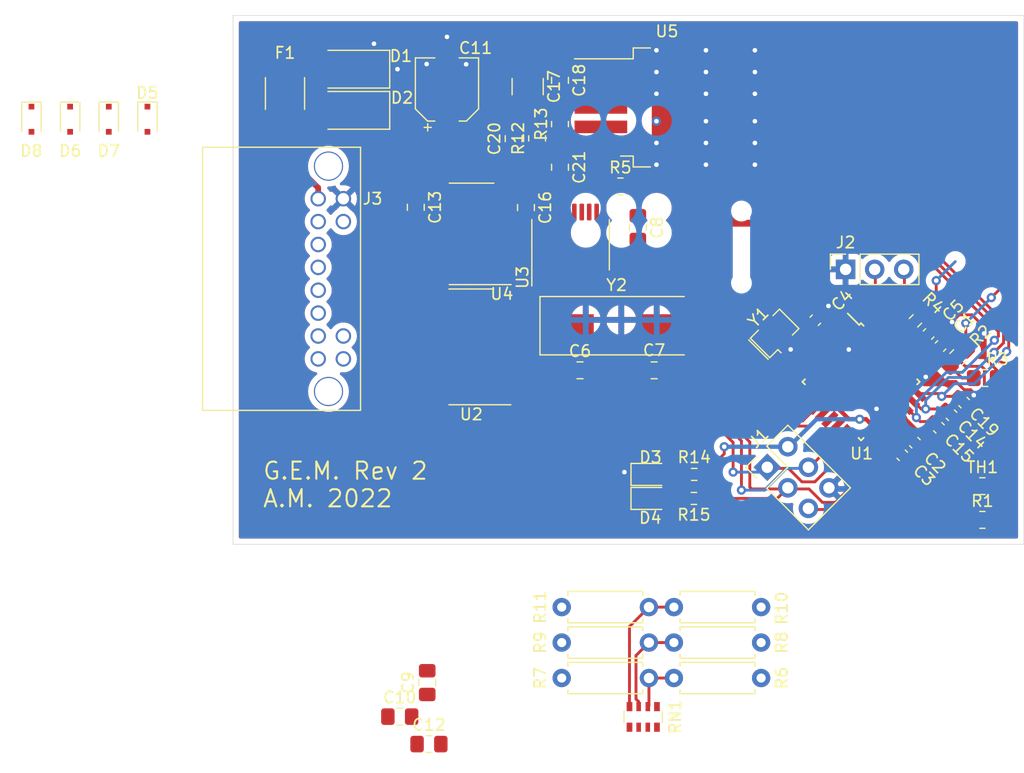
<source format=kicad_pcb>
(kicad_pcb (version 20211014) (generator pcbnew)
  (layers (0 "F.Cu" signal) (31 "B.Cu" signal) (34 "B.Paste" user) (35 "F.Paste" user) (36 "B.SilkS" user "B.Silkscreen") (37 "F.SilkS" user "F.Silkscreen") (38 "B.Mask" user) (39 "F.Mask" user) (44 "Edge.Cuts" user))
  (net 0 "")
  (net 1 "GND")
  (net 2 "RESET")
  (net 3 "Sub-Level-Out")
  (net 4 "Main-Level-Out")
  (net 5 "+5V")
  (net 6 "Low-Level-Warning-In")
  (net 7 "Main-Level-In")
  (net 8 "Sub-Level-In")
  (net 9 "Low-Level-Warning-Out")
  (net 10 "MISO")
  (net 11 "SCK")
  (net 12 "MOSI")
  (net 13 "/Module_Voltage")
  (net 14 "+12V")
  (net 15 "CAN_H")
  (net 16 "CAN_L")
  (net 17 "+12V_IGN")
  (net 18 "CAN_CS")
  (net 19 "CAN_INT")
  (net 20 "Net-(C2-Pad1)")
  (net 21 "VReg_EN")
  (net 22 "Main-Lvl")
  (net 23 "+12V_BATTERY")
  (net 24 "Low-Level-Warning")
  (net 25 "Sub-Level")
  (net 26 "Module-Voltage")
  (net 27 "RXD")
  (net 28 "TXD")
  (net 29 "/Module-Temperature")
  (net 30 "/WAKE")
  (net 31 "Net-(C6-Pad1)")
  (net 32 "Net-(C7-Pad1)")
  (net 33 "Net-(C20-Pad2)")
  (net 34 "Net-(D1-Pad2)")
  (net 35 "Net-(D3-Pad2)")
  (net 36 "Net-(D4-Pad2)")
  (net 41 "Net-(R10-Pad1)")
  (net 42 "/CAN_TX")
  (net 43 "/CAN_RX")
  (net 44 "/CAN_ERR")
  (net 45 "/CAN_STB")
  (net 46 "/CAN_EN")
  (net 47 "/Extra-Out")
  (net 48 "Net-(U1-Pad1)")
  (net 50 "Net-(U1-Pad7)")
  (net 51 "Net-(U1-Pad8)")
  (net 52 "Net-(U1-Pad9)")
  (net 53 "Net-(U1-Pad10)")
  (net 59 "Net-(U1-Pad32)")
  (net 67 "/VREG_INH")
  (footprint "LED_SMD:LED_0805_2012Metric" (layer "F.Cu") (at 114.9375 90.225)
    (fp_text reference "D4")
    (fp_text value "LED")
  )
  (footprint "Diode_SMD:D_SOD-323F" (layer "F.Cu") (at 71.0075 57.075 -90)
    (fp_text reference "D5")
    (fp_text value "1N4148WS")
  )
  (footprint "Diode_SMD:D_SOD-323F" (layer "F.Cu") (at 64.2525 57.075 -90)
    (fp_text reference "D6")
    (fp_text value "1N4148WS")
  )
  (footprint "Diode_SMD:D_SOD-323F" (layer "F.Cu") (at 67.63 57.075 -90)
    (fp_text reference "D7")
    (fp_text value "1N4148WS")
  )
  (footprint "LED_SMD:LED_0805_2012Metric" (layer "F.Cu") (at 114.9375 88.125)
    (fp_text reference "D3")
    (fp_text value "LED")
  )
  (footprint "Resistor_THT:R_Axial_DIN0207_L6.3mm_D2.5mm_P7.62mm_Horizontal" (layer "F.Cu") (at 124.62 99.725 180)
    (fp_text reference "R10")
    (fp_text value "R")
  )
  (footprint "Resistor_THT:R_Axial_DIN0207_L6.3mm_D2.5mm_P7.62mm_Horizontal" (layer "F.Cu") (at 124.62 102.825 180)
    (fp_text reference "R8")
    (fp_text value "R")
  )
  (footprint "Diode_SMD:D_SOD-323F" (layer "F.Cu") (at 60.875 57.075 -90)
    (fp_text reference "D8")
    (fp_text value "1N4148WS")
  )
  (footprint "Resistor_THT:R_Axial_DIN0207_L6.3mm_D2.5mm_P7.62mm_Horizontal" (layer "F.Cu") (at 124.62 105.925 180)
    (fp_text reference "R6")
    (fp_text value "R")
  )
  (footprint "Capacitor_SMD:CP_Elec_5x5.7" (layer "F.Cu") (at 97.175 54.475 90)
    (fp_text reference "C11")
    (fp_text value "22uF")
  )
  (footprint "Diode_SMD:D_SMA" (layer "F.Cu") (at 88.775 56.3 180)
    (fp_text reference "D2")
    (fp_text value "D")
  )
  (footprint "Resistor_THT:R_Axial_DIN0207_L6.3mm_D2.5mm_P7.62mm_Horizontal" (layer "F.Cu") (at 114.82 99.725 180)
    (fp_text reference "R11")
    (fp_text value "R")
  )
  (footprint "Resistor_THT:R_Axial_DIN0207_L6.3mm_D2.5mm_P7.62mm_Horizontal" (layer "F.Cu") (at 114.82 105.925 180)
    (fp_text reference "R7")
    (fp_text value "R")
  )
  (footprint "Resistor_THT:R_Axial_DIN0207_L6.3mm_D2.5mm_P7.62mm_Horizontal" (layer "F.Cu") (at 114.82 102.825 180)
    (fp_text reference "R9")
    (fp_text value "R")
  )
  (footprint "Crystal:Resonator_SMD_muRata_CSTxExxV-3Pin_3.0x1.1mm" (layer "F.Cu") (at 125.8 75.798528 45)
    (fp_text reference "Y1")
    (fp_text value "CSTNE16M0V530000R0 ")
  )
  (footprint "Resistor_SMD:R_0603_1608Metric" (layer "F.Cu") (at 118.775 88.125 180)
    (fp_text reference "R14")
    (fp_text value "1K")
  )
  (footprint "Resistor_SMD:R_0603_1608Metric" (layer "F.Cu") (at 138.1 74.7 -135)
    (fp_text reference "R4")
    (fp_text value "R")
  )
  (footprint "Capacitor_SMD:C_0603_1608Metric" (layer "F.Cu") (at 139.251992 75.848008 -135)
    (fp_text reference "C5")
    (fp_text value "100nF")
  )
  (footprint "Capacitor_SMD:C_0603_1608Metric" (layer "F.Cu") (at 129.351992 74.648008 45)
    (fp_text reference "C4")
    (fp_text value "1uF")
  )
  (footprint "Connector_PinHeader_2.54mm:PinHeader_2x03_P2.54mm_Vertical" (layer "F.Cu") (at 125.157898 87.5 45)
    (fp_text reference "J1")
    (fp_text value "ICSP")
  )
  (footprint "Resistor_SMD:R_Array_Convex_4x0603" (layer "F.Cu") (at 114.32 109.325 -90)
    (fp_text reference "RN1")
    (fp_text value "47K")
  )
  (footprint "Package_QFP:TQFP-32_7x7mm_P0.8mm" (layer "F.Cu") (at 133.35 80.03 -45)
    (fp_text reference "U1")
    (fp_text value "ATmega328-AU")
  )
  (footprint "Capacitor_SMD:C_0603_1608Metric" (layer "F.Cu") (at 138.051992 85.351992 -45)
    (fp_text reference "C2")
    (fp_text value "100nF")
  )
  (footprint "Capacitor_SMD:C_0603_1608Metric" (layer "F.Cu") (at 141.251992 82.951992 135)
    (fp_text reference "C14")
    (fp_text value "100nF")
  )
  (footprint "Resistor_SMD:R_0805_2012Metric_Pad1.20x1.40mm_HandSolder" (layer "F.Cu") (at 144.2 79.7)
    (fp_text reference "R3")
    (fp_text value "47k")
  )
  (footprint "Capacitor_SMD:C_0603_1608Metric" (layer "F.Cu") (at 140.3 76.9 -135)
    (fp_text reference "C1")
    (fp_text value "100nF")
  )
  (footprint "Resistor_SMD:R_0603_1608Metric" (layer "F.Cu") (at 118.75 90.225 180)
    (fp_text reference "R15")
    (fp_text value "1K")
  )
  (footprint "Capacitor_SMD:C_0603_1608Metric" (layer "F.Cu") (at 136.948008 86.448008 135)
    (fp_text reference "C3")
    (fp_text value "1uF")
  )
  (footprint "Resistor_SMD:R_0805_2012Metric_Pad1.20x1.40mm_HandSolder" (layer "F.Cu") (at 141.792893 77.907107 -135)
    (fp_text reference "R2")
    (fp_text value "150k")
  )
  (footprint "Capacitor_SMD:C_0603_1608Metric" (layer "F.Cu") (at 140.151992 84.051992 135)
    (fp_text reference "C15")
    (fp_text value "100nF")
  )
  (footprint "Connector_PinSocket_2.54mm:PinSocket_1x03_P2.54mm_Vertical" (layer "F.Cu") (at 132 70.2 90)
    (fp_text reference "J2")
    (fp_text value "UART")
  )
  (footprint "Capacitor_SMD:C_0603_1608Metric" (layer "F.Cu") (at 142.351992 81.851992 135)
    (fp_text reference "C19")
    (fp_text value "100nF")
  )
  (footprint "Package_SO:SO-14_3.9x8.65mm_P1.27mm" (layer "F.Cu") (at 99.325 67.1 180)
    (fp_text reference "U4")
    (fp_text value "TJR1443")
  )
  (footprint "Package_TO_SOT_SMD:TO-263-5_TabPin3" (layer "F.Cu") (at 116.395 56.045)
    (fp_text reference "U5")
    (fp_text value "NCV4276B")
  )
  (footprint "Capacitor_SMD:C_0805_2012Metric_Pad1.18x1.45mm_HandSolder" (layer "F.Cu") (at 93.05 109.3)
    (fp_text reference "C10")
    (fp_text value "22uF")
  )
  (footprint "Capacitor_SMD:C_0805_2012Metric_Pad1.18x1.45mm_HandSolder" (layer "F.Cu") (at 115.275 79.025 180)
    (fp_text reference "C7")
    (fp_text value "20pF")
  )
  (footprint "Package_SO:SOIC-16_3.9x9.9mm_P1.27mm" (layer "F.Cu") (at 99.3 76.975 180)
    (fp_text reference "U2")
    (fp_text value "ULN2003ADR")
  )
  (footprint "Capacitor_SMD:C_0805_2012Metric_Pad1.18x1.45mm_HandSolder" (layer "F.Cu") (at 103 58.775 90)
    (fp_text reference "C20")
    (fp_text value "N/A")
  )
  (footprint "Capacitor_SMD:C_0805_2012Metric_Pad1.18x1.45mm_HandSolder" (layer "F.Cu") (at 94.45 64.775 -90)
    (fp_text reference "C13")
    (fp_text value "100n")
  )
  (footprint "Diode_SMD:D_SMA" (layer "F.Cu") (at 88.775 52.7 180)
    (fp_text reference "D1")
    (fp_text value "SMAJ18CAQ-13-F")
  )
  (footprint "Capacitor_SMD:C_0805_2012Metric_Pad1.18x1.45mm_HandSolder" (layer "F.Cu") (at 107.05 61.275 -90)
    (fp_text reference "C21")
    (fp_text value "22uF")
  )
  (footprint "Resistor_SMD:R_0805_2012Metric_Pad1.20x1.40mm_HandSolder" (layer "F.Cu") (at 143.95 92.1)
    (fp_text reference "R1")
    (fp_text value "47k")
  )
  (footprint "Capacitor_SMD:C_0805_2012Metric_Pad1.18x1.45mm_HandSolder" (layer "F.Cu") (at 95.45 106.325 90)
    (fp_text reference "C9")
    (fp_text value "22uF")
  )
  (footprint "Capacitor_SMD:C_0805_2012Metric_Pad1.18x1.45mm_HandSolder" (layer "F.Cu") (at 113.85 66.55 -90)
    (fp_text reference "C8")
    (fp_text value "100n")
  )
  (footprint "Capacitor_SMD:C_0805_2012Metric_Pad1.18x1.45mm_HandSolder" (layer "F.Cu") (at 95.6 111.7)
    (fp_text reference "C12")
    (fp_text value "22uF")
  )
  (footprint "Capacitor_SMD:C_1210_3225Metric_Pad1.33x2.70mm_HandSolder" (layer "F.Cu") (at 104.225 54.225 -90)
    (fp_text reference "C17")
    (fp_text value "1u")
  )
  (footprint "Capacitor_SMD:C_0805_2012Metric_Pad1.18x1.45mm_HandSolder" (layer "F.Cu") (at 108.8 79.025)
    (fp_text reference "C6")
    (fp_text value "20pF")
  )
  (footprint "Resistor_SMD:R_1812_4532Metric" (layer "F.Cu") (at 83.025 54.825 -90)
    (fp_text reference "F1")
    (fp_text value "SMD1812P050TF/30 ")
  )
  (footprint "Crystal:Crystal_SMD_HC49-SD" (layer "F.Cu") (at 112 75.125)
    (fp_text reference "Y2")
    (fp_text value "8MHz")
  )
  (footprint "Capacitor_SMD:C_0805_2012Metric_Pad1.18x1.45mm_HandSolder" (layer "F.Cu") (at 107.05 53.675 -90)
    (fp_text reference "C18")
    (fp_text value "100nF")
  )
  (footprint "Resistor_SMD:R_0805_2012Metric_Pad1.20x1.40mm_HandSolder" (layer "F.Cu") (at 105.05 58.75 90)
    (fp_text reference "R12")
    (fp_text value "N/A")
  )
  (footprint "Resistor_SMD:R_0805_2012Metric_Pad1.20x1.40mm_HandSolder" (layer "F.Cu") (at 112.325 62.95)
    (fp_text reference "R5")
    (fp_text value "10k")
  )
  (footprint "Capacitor_SMD:C_0805_2012Metric_Pad1.18x1.45mm_HandSolder" (layer "F.Cu") (at 104.075 64.8 -90)
    (fp_text reference "C16")
    (fp_text value "100n")
  )
  (footprint "Resistor_SMD:R_0805_2012Metric_Pad1.20x1.40mm_HandSolder" (layer "F.Cu") (at 107.05 57.5 90)
    (fp_text reference "R13")
    (fp_text value "N/A")
  )
  (footprint "Package_SO:TSSOP-20_4.4x6.5mm_P0.65mm" (layer "F.Cu") (at 107.975 68.05 90)
    (fp_text reference "U3")
    (fp_text value "MCP2515-xST")
  )
  (footprint "Molex_34826:0348260120" (layer "F.Cu") (at 86.825 71.025 -90)
    (fp_text reference "J3")
    (fp_text value "0348260124")
  )
  (footprint "Resistor_SMD:R_0805_2012Metric_Pad1.20x1.40mm_HandSolder" (layer "F.Cu") (at 143.95 89.15)
    (fp_text reference "TH1")
    (fp_text value "47k")
  )
  (gr_line (start 147.574 48.006) (end 78.486 48.006) (layer "Edge.Cuts") (width 0.05))
  (gr_line (start 78.486 48.006) (end 78.486 94.234) (layer "Edge.Cuts") (width 0.05))
  (gr_line (start 147.574 94.234) (end 147.574 48.006) (layer "Edge.Cuts") (width 0.05))
  (gr_line (start 78.486 94.234) (end 147.574 94.234) (layer "Edge.Cuts") (width 0.05))
  (gr_text "G.E.M. Rev 2\nA.M. 2022" (at 81 89.025) (layer "F.SilkS") (effects (font (size 1.5 1.5) (thickness 0.18)) (justify left)))
  (segment (start 140.8 75.3) (end 141.3 74.8) (width 0.25) (layer "F.Cu") (net 1))
  (segment (start 139.8 75.3) (end 140.8 75.3) (width 0.25) (layer "F.Cu") (net 1))
  (segment (start 136.118583 82.232897) (end 134.859314 82.232897) (width 0.25) (layer "F.Cu") (net 1))
  (segment (start 129.9 74.1) (end 129.9 74) (width 0.375) (layer "F.Cu") (net 1))
  (segment (start 136.638047 82.752361) (end 136.118583 82.232897) (width 0.25) (layer "F.Cu") (net 1))
  (segment (start 129.9 74) (end 130.5 73.4) (width 0.375) (layer "F.Cu") (net 1))
  (segment (start 140.848008 76.351992) (end 140.848008 76.348008) (width 0.25) (layer "F.Cu") (net 1))
  (segment (start 134.859314 82.232897) (end 134.7 82.392211) (width 0.25) (layer "F.Cu") (net 1))
  (segment (start 140.848008 76.348008) (end 139.8 75.3) (width 0.25) (layer "F.Cu") (net 1))
  (segment (start 137.496016 86.996016) (end 137.503984 86.996016) (width 0.375) (layer "F.Cu") (net 1))
  (segment (start 131.193324 76.176268) (end 131.250039 76.176268) (width 0.25) (layer "F.Cu") (net 1))
  (segment (start 129.479989 76.725675) (end 129.479989 76.210209) (width 0.375) (layer "F.Cu") (net 1))
  (segment (start 140.848008 84.448008) (end 140.898008 84.498008) (width 0.5) (layer "F.Cu") (net 1))
  (segment (start 129.479989 76.210209) (end 130.095895 75.594303) (width 0.375) (layer "F.Cu") (net 1))
  (segment (start 130.611359 75.594303) (end 131.193324 76.176268) (width 0.375) (layer "F.Cu") (net 1))
  (segment (start 130.095895 75.594303) (end 130.611359 75.594303) (width 0.375) (layer "F.Cu") (net 1))
  (segment (start 138.6 84.680224) (end 136.672137 82.752361) (width 0.375) (layer "F.Cu") (net 1))
  (segment (start 125.8 75.798528) (end 125.8 75.8) (width 0.25) (layer "F.Cu") (net 1))
  (segment (start 129.9 75.398408) (end 130.095895 75.594303) (width 0.375) (layer "F.Cu") (net 1))
  (segment (start 130.061953 77.307639) (end 129.479989 76.725675) (width 0.375) (layer "F.Cu") (net 1))
  (segment (start 125.8 75.8) (end 127.2 77.2) (width 0.25) (layer "F.Cu") (net 1))
  (segment (start 142.9 82.4) (end 141.8 83.5) (width 0.25) (layer "F.Cu") (net 1))
  (segment (start 140.7 84.6) (end 141.8 83.5) (width 0.25) (layer "F.Cu") (net 1))
  (segment (start 136.672137 82.752361) (end 136.638047 82.752361) (width 0.375) (layer "F.Cu") (net 1))
  (segment (start 140.948008 84.448008) (end 140.848008 84.448008) (width 0.25) (layer "F.Cu") (net 1))
  (segment (start 137.503984 86.996016) (end 138.6 85.9) (width 0.375) (layer "F.Cu") (net 1))
  (segment (start 138.6 85.9) (end 138.6 84.680224) (width 0.375) (layer "F.Cu") (net 1))
  (segment (start 129.9 74.6) (end 129.9 75.398408) (width 0.375) (layer "F.Cu") (net 1))
  (segment (start 131.250039 76.176268) (end 132.279907 77.206136) (width 0.25) (layer "F.Cu") (net 1))
  (segment (start 145.2 79) (end 144.2 78) (width 0.25) (layer "F.Cu") (net 1))
  (segment (start 143.2 81.2) (end 143.2 81) (width 0.25) (layer "F.Cu") (net 1))
  (segment (start 112.875 88.125) (end 112.675 87.925) (width 0.25) (layer "F.Cu") (net 1))
  (segment (start 141.631387 79.999999) (end 139.399999 79.999999) (width 0.25) (layer "F.Cu") (net 1))
  (segment (start 144.2 75.9) (end 144.1 75.8) (width 0.25) (layer "F.Cu") (net 1))
  (segment (start 114 88.125) (end 112.875 88.125) (width 0.25) (layer "F.Cu") (net 1))
  (segment (start 114 90.225) (end 114 88.125) (width 0.25) (layer "F.Cu") (net 1))
  (segment (start 144.2 78) (end 144.2 75.9) (width 0.25) (layer "F.Cu") (net 1))
  (segment (start 144.1 75.234315) (end 143.040684 74.174999) (width 0.25) (layer "F.Cu") (net 1))
  (segment (start 142.92501 80.72501) (end 142.356398 80.72501) (width 0.25) (layer "F.Cu") (net 1))
  (segment (start 143.2 81) (end 142.92501 80.72501) (width 0.25) (layer "F.Cu") (net 1))
  (segment (start 143.040684 74.174999) (end 141.925001 74.174999) (width 0.25) (layer "F.Cu") (net 1))
  (segment (start 142.9 81.5) (end 143.2 81.2) (width 0.25) (layer "F.Cu") (net 1))
  (segment (start 139.399999 79.999999) (end 139 79.6) (width 0.25) (layer "F.Cu") (net 1))
  (segment (start 145.2 79.7) (end 145.2 79) (width 0.25) (layer "F.Cu") (net 1))
  (segment (start 142.9 82.4) (end 142.9 81.5) (width 0.25) (layer "F.Cu") (net 1))
  (segment (start 141.925001 74.174999) (end 141.3 74.8) (width 0.25) (layer "F.Cu") (net 1))
  (segment (start 142.356398 80.72501) (end 141.631387 79.999999) (width 0.25) (layer "F.Cu") (net 1))
  (segment (start 144.1 75.8) (end 144.1 75.234315) (width 0.25) (layer "F.Cu") (net 1))
  (via (at 134.7 82.392211) (size 0.8) (drill 0.4) (layers "F.Cu" "B.Cu") (net 1))
  (via (at 130.5 73.4) (size 0.8) (drill 0.4) (layers "F.Cu" "B.Cu") (net 1))
  (via (at 127.2 77.2) (size 0.8) (drill 0.4) (layers "F.Cu" "B.Cu") (net 1))
  (via (at 141.3 74.8) (size 0.8) (drill 0.4) (layers "F.Cu" "B.Cu") (net 1))
  (via (at 132.279907 77.206136) (size 0.8) (drill 0.4) (layers "F.Cu" "B.Cu") (net 1))
  (via (at 115.475 61.05) (size 0.8) (drill 0.4) (layers "F.Cu" "B.Cu") (net 1))
  (via (at 119.8 57.25) (size 0.8) (drill 0.4) (layers "F.Cu" "B.Cu") (net 1))
  (via (at 115.475 54.85) (size 0.8) (drill 0.4) (layers "F.Cu" "B.Cu") (net 1))
  (via (at 90.8 50.475) (size 0.8) (drill 0.4) (layers "F.Cu" "B.Cu") (net 1))
  (via (at 124.075 54.85) (size 0.8) (drill 0.4) (layers "F.Cu" "B.Cu") (net 1))
  (via (at 139 79.6) (size 0.8) (drill 0.4) (layers "F.Cu" "B.Cu") (net 1))
  (via (at 124.075 57.25) (size 0.8) (drill 0.4) (layers "F.Cu" "B.Cu") (net 1))
  (via (at 115.475 52.95) (size 0.8) (drill 0.4) (layers "F.Cu" "B.Cu") (net 1))
  (via (at 124.075 61.05) (size 0.8) (drill 0.4) (layers "F.Cu" "B.Cu") (net 1))
  (via (at 95.4 52.25) (size 0.8) (drill 0.4) (layers "F.Cu" "B.Cu") (net 1))
  (via (at 115.475 59.15) (size 0.8) (drill 0.4) (layers "F.Cu" "B.Cu") (net 1))
  (via (at 124.075 59.15) (size 0.8) (drill 0.4) (layers "F.Cu" "B.Cu") (net 1))
  (via (at 97.175 49.875) (size 0.8) (drill 0.4) (layers "F.Cu" "B.Cu") (net 1))
  (via (at 119.8 54.85) (size 0.8) (drill 0.4) (layers "F.Cu" "B.Cu") (net 1))
  (via (at 115.475 51.05) (size 0.8) (drill 0.4) (layers "F.Cu" "B.Cu") (net 1))
  (via (at 143.2 81.2) (size 0.8) (drill 0.4) (layers "F.Cu" "B.Cu") (net 1))
  (via (at 124.075 51.05) (size 0.8) (drill 0.4) (layers "F.Cu" "B.Cu") (net 1))
  (via (at 119.8 51.05) (size 0.8) (drill 0.4) (layers "F.Cu" "B.Cu") (net 1))
  (via (at 119.8 61.05) (size 0.8) (drill 0.4) (layers "F.Cu" "B.Cu") (net 1))
  (via (at 144.1 75.8) (size 0.8) (drill 0.4) (layers "F.Cu" "B.Cu") (net 1))
  (via (at 112.675 87.925) (size 0.8) (drill 0.4) (layers "F.Cu" "B.Cu") (net 1))
  (via (at 92.85 52.7) (size 0.8) (drill 0.4) (layers "F.Cu" "B.Cu") (net 1))
  (via (at 119.8 59.15) (size 0.8) (drill 0.4) (layers "F.Cu" "B.Cu") (net 1))
  (via (at 98.85 52.275) (size 0.8) (drill 0.4) (layers "F.Cu" "B.Cu") (net 1))
  (via (at 124.075 52.95) (size 0.8) (drill 0.4) (layers "F.Cu" "B.Cu") (net 1))
  (via (at 115.475 57.25) (size 0.8) (drill 0.4) (layers "F.Cu" "B.Cu") (net 1))
  (via (at 119.8 52.95) (size 0.8) (drill 0.4) (layers "F.Cu" "B.Cu") (net 1))
  (segment (start 130.546052 89.396051) (end 135.103949 89.396051) (width 0.5) (layer "B.Cu") (net 1))
  (segment (start 135.103949 89.396051) (end 139.7 84.8) (width 0.5) (layer "B.Cu") (net 1))
  (segment (start 142.25 82.25) (end 142.6 82.25) (width 0.25) (layer "B.Cu") (net 1))
  (segment (start 141 72.1) (end 142.6 73.7) (width 0.25) (layer "B.Cu") (net 1))
  (segment (start 139.7 84.8) (end 142.25 82.25) (width 0.25) (layer "B.Cu") (net 1))
  (segment (start 132.273771 77.2) (end 132.279907 77.206136) (width 0.25) (layer "B.Cu") (net 1))
  (segment (start 139.796016 76.396016) (end 140.873518 77.473518) (width 0.25) (layer "F.Cu") (net 2))
  (segment (start 143.87499 78.67499) (end 144.12501 78.92501) (width 0.25) (layer "F.Cu") (net 2))
  (segment (start 138.703984 76.396016) (end 139.796016 76.396016) (width 0.25) (layer "F.Cu") (net 2))
  (segment (start 138.62929 76.396016) (end 137.516637 75.283363) (width 0.3) (layer "F.Cu") (net 2))
  (segment (start 136.072361 76.727639) (end 137.516637 75.283363) (width 0.25) (layer "F.Cu") (net 2))
  (segment (start 140.873518 77.473518) (end 141.253254 77.473518) (width 0.25) (layer "F.Cu") (net 2))
  (segment (start 141.253254 77.473518) (end 142.454726 78.67499) (width 0.25) (layer "F.Cu") (net 2))
  (segment (start 136.072361 76.741953) (end 136.072361 76.727639) (width 0.25) (layer "F.Cu") (net 2))
  (segment (start 136.594314 76.22) (end 136.072361 76.741953) (width 0.25) (layer "F.Cu") (net 2))
  (segment (start 142.454726 78.67499) (end 143.87499 78.67499) (width 0.25) (layer "F.Cu") (net 2))
  (segment (start 138.703984 76.396016) (end 138.62929 76.396016) (width 0.3) (layer "F.Cu") (net 2))
  (segment (start 137.571029 88.825001) (end 144.12501 82.27102) (width 0.25) (layer "F.Cu") (net 2))
  (segment (start 144.12501 78.92501) (end 144.12501 80.82501) (width 0.25) (layer "F.Cu") (net 2))
  (segment (start 144.12501 82.27102) (end 144.12501 80.82501) (width 0.25) (layer "F.Cu") (net 2))
  (segment (start 134.274999 88.825001) (end 137.571029 88.825001) (width 0.25) (layer "F.Cu") (net 2))
  (segment (start 128.75 91.192102) (end 131.907898 91.192102) (width 0.25) (layer "F.Cu") (net 2))
  (segment (start 131.907898 91.192102) (end 134.274999 88.825001) (width 0.25) (layer "F.Cu") (net 2))
  (segment (start 144.12501 80.82501) (end 144.12501 81.138794) (width 0.25) (layer "F.Cu") (net 2))
  (segment (start 94.55 80.85) (end 94.55 80.175) (width 0.5) (layer "F.Cu") (net 3))
  (segment (start 95.12 81.42) (end 94.55 80.85) (width 0.5) (layer "F.Cu") (net 3))
  (segment (start 94.55 80.175) (end 94.575 80.15) (width 0.5) (layer "F.Cu") (net 3))
  (segment (start 70.9975 58.185) (end 71.0075 58.175) (width 0.25) (layer "F.Cu") (net 3))
  (segment (start 96.825 81.42) (end 95.12 81.42) (width 0.5) (layer "F.Cu") (net 3))
  (segment (start 94.575 80.15) (end 96.825 80.15) (width 0.5) (layer "F.Cu") (net 3))
  (segment (start 96.79 78.885) (end 95.085 78.885) (width 0.5) (layer "F.Cu") (net 4))
  (segment (start 94.515 78.315) (end 94.515 77.64) (width 0.5) (layer "F.Cu") (net 4))
  (segment (start 96.815 77.6) (end 96.825 77.61) (width 0.5) (layer "F.Cu") (net 4))
  (segment (start 95.085 78.885) (end 94.515 78.315) (width 0.5) (layer "F.Cu") (net 4))
  (segment (start 94.515 77.64) (end 94.54 77.615) (width 0.5) (layer "F.Cu") (net 4))
  (segment (start 94.54 77.615) (end 96.79 77.615) (width 0.5) (layer "F.Cu") (net 4))
  (segment (start 136.391573 85.9) (end 134.94099 84.449417) (width 0.375) (layer "F.Cu") (net 5))
  (segment (start 136.4 85.9) (end 136.391573 85.9) (width 0.375) (layer "F.Cu") (net 5))
  (segment (start 133.791573 83.3) (end 134.94099 84.449417) (width 0.375) (layer "F.Cu") (net 5))
  (segment (start 133.225889 83.3) (end 133.791573 83.3) (width 0.375) (layer "F.Cu") (net 5))
  (segment (start 131.147103 77.813495) (end 131.147103 77.261417) (width 0.25) (layer "F.Cu") (net 5))
  (segment (start 130.1 81.111014) (end 132.288986 83.3) (width 0.375) (layer "F.Cu") (net 5))
  (segment (start 128.803984 77.18104) (end 129.496268 77.873324) (width 0.375) (layer "F.Cu") (net 5))
  (segment (start 130.627639 76.848005) (end 131.272103 77.492469) (width 0.5) (layer "F.Cu") (net 5))
  (segment (start 131.272103 77.492469) (end 131.272103 77.865271) (width 0.5) (layer "F.Cu") (net 5))
  (segment (start 131.272103 77.865271) (end 130.619585 78.517789) (width 0.5) (layer "F.Cu") (net 5))
  (segment (start 130.140733 78.517789) (end 129.496268 77.873324) (width 0.5) (layer "F.Cu") (net 5))
  (segment (start 130.619585 78.517789) (end 130.619585 79.380415) (width 0.375) (layer "F.Cu") (net 5))
  (segment (start 130.015733 78.392789) (end 130.567809 78.392789) (width 0.25) (layer "F.Cu") (net 5))
  (segment (start 132.288986 83.3) (end 133.225889 83.3) (width 0.375) (layer "F.Cu") (net 5))
  (segment (start 129.496268 77.873324) (end 130.015733 78.392789) (width 0.25) (layer "F.Cu") (net 5))
  (segment (start 128.803984 75.696016) (end 128.803984 77.18104) (width 0.375) (layer "F.Cu") (net 5))
  (segment (start 130.619585 79.380415) (end 130.1 79.9) (width 0.375) (layer "F.Cu") (net 5))
  (segment (start 130.627639 76.741953) (end 130.627639 76.848005) (width 0.5) (layer "F.Cu") (net 5))
  (segment (start 130.619585 78.517789) (end 130.140733 78.517789) (width 0.5) (layer "F.Cu") (net 5))
  (segment (start 130.567809 78.392789) (end 131.147103 77.813495) (width 0.25) (layer "F.Cu") (net 5))
  (segment (start 134.94099 84.449417) (end 134.94099 84.492982) (width 0.5) (layer "F.Cu") (net 5))
  (segment (start 131.147103 77.261417) (end 130.627639 76.741953) (width 0.25) (layer "F.Cu") (net 5))
  (segment (start 127.889999 74.782031) (end 128.803984 75.696016) (width 0.375) (layer "F.Cu") (net 5))
  (segment (start 130.1 79.9) (end 130.1 81.111014) (width 0.375) (layer "F.Cu") (net 5))
  (segment (start 139.919342 72.880658) (end 138.683363 74.116637) (width 0.25) (layer "F.Cu") (net 5))
  (segment (start 121.4 86.325) (end 121.4 85.7) (width 0.25) (layer "F.Cu") (net 5))
  (segment (start 119.6 88.125) (end 121.4 86.325) (width 0.25) (layer "F.Cu") (net 5))
  (segment (start 139.919342 71.180658) (end 139.919342 72.880658) (width 0.25) (layer "F.Cu") (net 5))
  (via (at 133.225889 83.3) (size 0.8) (drill 0.4) (layers "F.Cu" "B.Cu") (net 5))
  (via (at 121.4 85.7) (size 0.8) (drill 0.4) (layers "F.Cu" "B.Cu") (net 5))
  (via (at 139.919342 71.180658) (size 0.8) (drill 0.4) (layers "F.Cu" "B.Cu") (net 5))
  (segment (start 133.225889 83.3) (end 129.457898 83.3) (width 0.375) (layer "B.Cu") (net 5))
  (segment (start 129.457898 83.3) (end 126.953949 85.803949) (width 0.375) (layer "B.Cu") (net 5))
  (segment (start 121.403949 85.703949) (end 121.4 85.7) (width 0.375) (layer "B.Cu") (net 5))
  (segment (start 126.953949 85.703949) (end 121.403949 85.703949) (width 0.375) (layer "B.Cu") (net 5))
  (segment (start 141.581058 69.518942) (end 139.919342 71.180658) (width 0.25) (layer "B.Cu") (net 5))
  (segment (start 114.82 108.325) (end 114.72 108.425) (width 0.25) (layer "F.Cu") (net 6))
  (segment (start 114.82 105.925) (end 114.82 108.325) (width 0.25) (layer "F.Cu") (net 6))
  (segment (start 117 105.925) (end 114.82 105.925) (width 0.25) (layer "F.Cu") (net 6))
  (segment (start 117 99.725) (end 114.82 99.725) (width 0.25) (layer "F.Cu") (net 7))
  (segment (start 113.12 101.425) (end 113.12 108.425) (width 0.25) (layer "F.Cu") (net 7))
  (segment (start 114.82 99.725) (end 113.12 101.425) (width 0.25) (layer "F.Cu") (net 7))
  (segment (start 113.92 107.989998) (end 113.92 108.425) (width 0.25) (layer "F.Cu") (net 8))
  (segment (start 113.687501 107.757499) (end 113.92 107.989998) (width 0.25) (layer "F.Cu") (net 8))
  (segment (start 117 102.825) (end 114.82 102.825) (width 0.25) (layer "F.Cu") (net 8))
  (segment (start 114.82 102.825) (end 113.687501 103.957499) (width 0.25) (layer "F.Cu") (net 8))
  (segment (start 113.687501 103.957499) (end 113.687501 107.757499) (width 0.25) (layer "F.Cu") (net 8))
  (segment (start 95.12 76.345) (end 94.55 75.775) (width 0.5) (layer "F.Cu") (net 9))
  (segment (start 67.5975 58.2075) (end 67.63 58.175) (width 0.25) (layer "F.Cu") (net 9))
  (segment (start 96.825 76.345) (end 95.12 76.345) (width 0.5) (layer "F.Cu") (net 9))
  (segment (start 94.55 75.1) (end 94.575 75.075) (width 0.5) (layer "F.Cu") (net 9))
  (segment (start 94.55 75.775) (end 94.55 75.1) (width 0.5) (layer "F.Cu") (net 9))
  (segment (start 94.575 75.075) (end 96.825 75.075) (width 0.5) (layer "F.Cu") (net 9))
  (segment (start 127.010998 87.6) (end 128.185999 88.775001) (width 0.25) (layer "F.Cu") (net 10))
  (segment (start 125.157898 87.6) (end 127.010998 87.6) (width 0.25) (layer "F.Cu") (net 10))
  (segment (start 128.185999 88.775001) (end 129.314001 88.775001) (width 0.25) (layer "F.Cu") (net 10))
  (segment (start 129.314001 88.775001) (end 132.324695 85.764307) (width 0.25) (layer "F.Cu") (net 10))
  (segment (start 132.324695 85.764307) (end 132.324695 85.015103) (width 0.25) (layer "F.Cu") (net 10))
  (segment (start 122.175 85.334305) (end 122.175 87.92499) (width 0.25) (layer "F.Cu") (net 10))
  (segment (start 117.790705 80.95001) (end 122.175 85.334305) (width 0.25) (layer "F.Cu") (net 10))
  (via (at 122.175 87.92499) (size 0.8) (drill 0.4) (layers "F.Cu" "B.Cu") (net 10))
  (segment (start 124.832908 87.92499) (end 125.157898 87.6) (width 0.25) (layer "B.Cu") (net 10))
  (segment (start 122.175 87.92499) (end 124.732908 87.92499) (width 0.25) (layer "B.Cu") (net 10))
  (segment (start 124.732908 87.92499) (end 125.157898 87.5) (width 0.25) (layer "B.Cu") (net 10))
  (segment (start 134.375305 87.3058) (end 134.375305 85.015103) (width 0.25) (layer "F.Cu") (net 11))
  (segment (start 128.80705 89.396051) (end 129.982051 90.571052) (width 0.25) (layer "F.Cu") (net 11))
  (segment (start 118.3864 80.04999) (end 123.630806 85.294396) (width 0.25) (layer "F.Cu") (net 11))
  (segment (start 129.982051 90.571052) (end 131.110053 90.571052) (width 0.25) (layer "F.Cu") (net 11))
  (segment (start 123.630806 89.230806) (end 123.796051 89.396051) (width 0.25) (layer "F.Cu") (net 11))
  (segment (start 119.575 90.225) (end 126.025 90.225) (width 0.25) (layer "F.Cu") (net 11))
  (segment (start 126.025 90.225) (end 126.953949 89.296051) (width 0.25) (layer "F.Cu") (net 11))
  (segment (start 131.110053 90.571052) (end 134.375305 87.3058) (width 0.25) (layer "F.Cu") (net 11))
  (segment (start 123.796051 89.396051) (end 128.80705 89.396051) (width 0.25) (layer "F.Cu") (net 11))
  (segment (start 123.630806 85.294396) (end 123.630806 89.230806) (width 0.25) (layer "F.Cu") (net 11))
  (segment (start 128.75 87.6) (end 131.75901 84.59099) (width 0.25) (layer "F.Cu") (net 12))
  (segment (start 131.75901 84.59099) (end 131.75901 84.449417) (width 0.25) (layer "F.Cu") (net 12))
  (segment (start 122.9 89.5) (end 122.9 85.2) (width 0.25) (layer "F.Cu") (net 12))
  (segment (start 122.9 85.2) (end 118.2 80.5) (width 0.25) (layer "F.Cu") (net 12))
  (via (at 122.9 89.5) (size 0.8) (drill 0.4) (layers "F.Cu" "B.Cu") (net 12))
  (segment (start 128.75 87.6) (end 126.819616 87.6) (width 0.25) (layer "B.Cu") (net 12))
  (segment (start 124.919616 89.5) (end 122.9 89.5) (width 0.25) (layer "B.Cu") (net 12))
  (segment (start 126.819616 87.6) (end 124.919616 89.5) (width 0.25) (layer "B.Cu") (net 12))
  (segment (start 139.751992 77.448008) (end 139.751992 77.587806) (width 0.25) (layer "F.Cu") (net 13))
  (segment (start 139.751992 77.587806) (end 138.335103 79.004695) (width 0.25) (layer "F.Cu") (net 13))
  (segment (start 142.171572 79.7) (end 141.085786 78.614214) (width 0.25) (layer "F.Cu") (net 13))
  (segment (start 140.918198 78.614214) (end 139.751992 77.448008) (width 0.25) (layer "F.Cu") (net 13))
  (segment (start 141.085786 78.614214) (end 140.918198 78.614214) (width 0.25) (layer "F.Cu") (net 13))
  (segment (start 143.2 79.7) (end 142.171572 79.7) (width 0.25) (layer "F.Cu") (net 13))
  (segment (start 138.52104 83.503984) (end 137.203732 82.186676) (width 0.25) (layer "F.Cu") (net 13))
  (segment (start 137.723196 82.70614) (end 137.203732 82.186676) (width 0.25) (layer "F.Cu") (net 13))
  (segment (start 139.603984 83.503984) (end 138.52104 83.503984) (width 0.25) (layer "F.Cu") (net 13))
  (segment (start 138.46399 68.7) (end 138.494495 68.730505) (width 0.25) (layer "F.Cu") (net 13))
  (segment (start 141.613799 71.913799) (end 145.34999 75.64999) (width 0.25) (layer "F.Cu") (net 13))
  (segment (start 141.613799 71.849809) (end 141.613799 71.913799) (width 0.25) (layer "F.Cu") (net 13))
  (segment (start 145.34999 75.64999) (end 145.34999 76.05001) (width 0.25) (layer "F.Cu") (net 13))
  (segment (start 145.34999 76.05001) (end 145 76.4) (width 0.25) (layer "F.Cu") (net 13))
  (segment (start 138.494495 68.730505) (end 141.613799 71.849809) (width 0.25) (layer "F.Cu") (net 13))
  (via (at 145 76.4) (size 0.8) (drill 0.4) (layers "F.Cu" "B.Cu") (net 13))
  (via (at 138.18514 83.15167) (size 0.8) (drill 0.4) (layers "F.Cu" "B.Cu") (net 13))
  (segment (start 142.2 79.2) (end 140.8 79.2) (width 0.25) (layer "B.Cu") (net 13))
  (segment (start 138.24833 83.15167) (end 138.18514 83.15167) (width 0.25) (layer "B.Cu") (net 13))
  (segment (start 145 76.4) (end 142.2 79.2) (width 0.25) (layer "B.Cu") (net 13))
  (segment (start 140.8 79.2) (end 138.18514 81.81486) (width 0.25) (layer "B.Cu") (net 13))
  (segment (start 138.18514 81.81486) (end 138.18514 83.15167) (width 0.25) (layer "B.Cu") (net 13))
  (segment (start 142.5 74.9) (end 142.5 74.9) (width 0.25) (layer "F.Cu") (net 14))
  (segment (start 142.5 77.2) (end 142.5 75.7) (width 0.25) (layer "F.Cu") (net 14))
  (segment (start 142.5 74.9) (end 142.5 75.7) (width 0.25) (layer "F.Cu") (net 14))
  (segment (start 144.731058 72.668942) (end 146.1 71.3) (width 0.25) (layer "F.Cu") (net 14))
  (via (at 142.5 74.9) (size 0.8) (drill 0.4) (layers "F.Cu" "B.Cu") (net 14))
  (via (at 144.731058 72.668942) (size 0.8) (drill 0.4) (layers "F.Cu" "B.Cu") (net 14))
  (segment (start 144.731058 72.668942) (end 142.5 74.9) (width 0.25) (layer "B.Cu") (net 14))
  (segment (start 128.914314 83.9) (end 130.061953 82.752361) (width 0.25) (layer "F.Cu") (net 18))
  (segment (start 118.81356 79.14997) (end 123.56359 83.9) (width 0.25) (layer "F.Cu") (net 18))
  (segment (start 123.56359 83.9) (end 128.914314 83.9) (width 0.25) (layer "F.Cu") (net 18))
  (segment (start 129.496268 82.186676) (end 129.496268 82.303732) (width 0.25) (layer "F.Cu") (net 19))
  (segment (start 129.496268 82.186676) (end 129.496268 82.203732) (width 0.25) (layer "F.Cu") (net 19))
  (segment (start 129.496268 82.203732) (end 128.25001 83.44999) (width 0.25) (layer "F.Cu") (net 19))
  (segment (start 118.99996 78.69996) (end 115.80004 78.69996) (width 0.25) (layer "F.Cu") (net 19))
  (segment (start 128.25001 83.44999) (end 123.74999 83.44999) (width 0.25) (layer "F.Cu") (net 19))
  (segment (start 123.74999 83.44999) (end 118.99996 78.69996) (width 0.25) (layer "F.Cu") (net 19))
  (segment (start 115.820794 78.699962) (end 115.820792 78.69996) (width 0.25) (layer "F.Cu") (net 19))
  (segment (start 115.820792 78.69996) (end 115.80004 78.69996) (width 0.25) (layer "F.Cu") (net 19))
  (segment (start 136.604314 83.85) (end 136.072361 83.318047) (width 0.25) (layer "F.Cu") (net 20))
  (segment (start 137.503984 84.74967) (end 136.072361 83.318047) (width 0.25) (layer "F.Cu") (net 20))
  (segment (start 137.503984 84.803984) (end 137.503984 84.74967) (width 0.25) (layer "F.Cu") (net 20))
  (segment (start 85.925 63.070406) (end 83.025 60.170406) (width 0.5) (layer "F.Cu") (net 23))
  (segment (start 83.025 60.170406) (end 83.025 56.9625) (width 0.5) (layer "F.Cu") (net 23))
  (segment (start 85.925 64.025) (end 85.925 63.070406) (width 0.5) (layer "F.Cu") (net 23))
  (segment (start 138.583782 81.303984) (end 138.335103 81.055305) (width 0.25) (layer "F.Cu") (net 24))
  (segment (start 141.803984 81.303984) (end 140.396016 81.303984) (width 0.25) (layer "F.Cu") (net 24))
  (segment (start 138.13681 67.1) (end 139.005905 67.969095) (width 0.25) (layer "F.Cu") (net 24))
  (segment (start 146.06927 77.381342) (end 146.25001 77.200602) (width 0.25) (layer "F.Cu") (net 24))
  (segment (start 146.25001 75.2132) (end 139.005905 67.969095) (width 0.25) (layer "F.Cu") (net 24))
  (segment (start 138.335103 81.055305) (end 140.147337 81.055305) (width 0.25) (layer "F.Cu") (net 24))
  (segment (start 140.147337 81.055305) (end 140.396016 81.303984) (width 0.25) (layer "F.Cu") (net 24))
  (segment (start 146.25001 77.200602) (end 146.25001 75.2132) (width 0.25) (layer "F.Cu") (net 24))
  (via (at 140.396016 81.303984) (size 0.8) (drill 0.4) (layers "F.Cu" "B.Cu") (net 24))
  (via (at 146.06927 77.381342) (size 0.8) (drill 0.4) (layers "F.Cu" "B.Cu") (net 24))
  (segment (start 146.06927 77.381342) (end 143.250612 80.2) (width 0.25) (layer "B.Cu") (net 24))
  (segment (start 141.5 80.2) (end 140.396016 81.303984) (width 0.25) (layer "B.Cu") (net 24))
  (segment (start 143.250612 80.2) (end 141.5 80.2) (width 0.25) (layer "B.Cu") (net 24))
  (segment (start 137.82099 81.62099) (end 138.603984 82.403984) (width 0.25) (layer "F.Cu") (net 25))
  (segment (start 137.769417 81.62099) (end 137.82099 81.62099) (width 0.25) (layer "F.Cu") (net 25))
  (segment (start 138.996016 82.403984) (end 140.703984 82.403984) (width 0.25) (layer "F.Cu") (net 25))
  (segment (start 145.8 75.3996) (end 138.300401 67.900001) (width 0.25) (layer "F.Cu") (net 25))
  (segment (start 138.603984 82.403984) (end 138.996016 82.403984) (width 0.25) (layer "F.Cu") (net 25))
  (segment (start 144.975153 77.450153) (end 145.8 76.625306) (width 0.25) (layer "F.Cu") (net 25))
  (segment (start 145.8 76.625306) (end 145.8 75.3996) (width 0.25) (layer "F.Cu") (net 25))
  (via (at 144.975153 77.450153) (size 0.8) (drill 0.4) (layers "F.Cu" "B.Cu") (net 25))
  (via (at 138.996016 82.403984) (size 0.8) (drill 0.4) (layers "F.Cu" "B.Cu") (net 25))
  (segment (start 144.975153 77.450153) (end 142.775296 79.65001) (width 0.25) (layer "B.Cu") (net 25))
  (segment (start 140.9864 79.65001) (end 138.996016 81.640394) (width 0.25) (layer "B.Cu") (net 25))
  (segment (start 142.775296 79.65001) (end 140.9864 79.65001) (width 0.25) (layer "B.Cu") (net 25))
  (segment (start 138.996016 81.640394) (end 138.996016 82.403984) (width 0.25) (layer "B.Cu") (net 25))
  (segment (start 137.14 70.26) (end 137.08 70.2) (width 0.25) (layer "F.Cu") (net 27))
  (segment (start 137.14 71.6) (end 137.14 70.26) (width 0.25) (layer "F.Cu") (net 27))
  (segment (start 137.14 71.6) (end 136.290001 72.449999) (width 0.25) (layer "F.Cu") (net 27))
  (segment (start 136.290001 72.449999) (end 136.290001 75.392943) (width 0.25) (layer "F.Cu") (net 27))
  (segment (start 136.290001 75.392943) (end 135.506676 76.176268) (width 0.25) (layer "F.Cu") (net 27))
  (segment (start 134.6 71.6) (end 134.6 70.26) (width 0.25) (layer "F.Cu") (net 28))
  (segment (start 134.6 70.26) (end 134.54 70.2) (width 0.25) (layer "F.Cu") (net 28))
  (segment (start 135.460455 72.460455) (end 135.460455 75.091118) (width 0.25) (layer "F.Cu") (net 28))
  (segment (start 135.460455 75.091118) (end 134.94099 75.610583) (width 0.25) (layer "F.Cu") (net 28))
  (segment (start 134.6 71.6) (end 135.460455 72.460455) (width 0.25) (layer "F.Cu") (net 28))
  (segment (start 115.875 88.125) (end 117.95 88.125) (width 0.25) (layer "F.Cu") (net 35))
  (segment (start 115.875 90.225) (end 117.875 90.225) (width 0.25) (layer "F.Cu") (net 36))
  (segment (start 131.6 73.46181) (end 128.513189 70.374999) (width 0.25) (layer "F.Cu") (net 48))
  (segment (start 132.324695 75.024695) (end 131.6 74.3) (width 0.25) (layer "F.Cu") (net 48))
  (segment (start 132.324695 75.044897) (end 132.324695 75.024695) (width 0.25) (layer "F.Cu") (net 48))
  (segment (start 128.513189 70.374999) (end 126.151999 70.374999) (width 0.25) (layer "F.Cu") (net 48))
  (segment (start 131.6 74.3) (end 131.6 73.46181) (width 0.25) (layer "F.Cu") (net 48))
  (segment (start 125.909488 70.61751) (end 126.151999 70.374999) (width 0.25) (layer "F.Cu") (net 48))
  (segment (start 128.2 76.5) (end 128.198528 76.5) (width 0.25) (layer "F.Cu") (net 50))
  (segment (start 128.198528 76.5) (end 126.648528 74.95) (width 0.25) (layer "F.Cu") (net 50))
  (segment (start 128.2 77.7) (end 128.2 76.5) (width 0.25) (layer "F.Cu") (net 50))
  (segment (start 128.930583 78.430583) (end 128.2 77.7) (width 0.25) (layer "F.Cu") (net 50))
  (segment (start 128.930583 78.43901) (end 128.930583 78.430583) (width 0.25) (layer "F.Cu") (net 50))
  (segment (start 128.364897 79.004695) (end 128.364897 78.964897) (width 0.25) (layer "F.Cu") (net 51))
  (segment (start 127.5 78.1) (end 126.404416 78.1) (width 0.25) (layer "F.Cu") (net 51))
  (segment (start 126.404416 78.1) (end 124.951472 76.647056) (width 0.25) (layer "F.Cu") (net 51))
  (segment (start 128.364897 78.964897) (end 127.5 78.1) (width 0.25) (layer "F.Cu") (net 51))
  (segment (start 128.344695 81.055305) (end 128.364897 81.055305) (width 0.25) (layer "F.Cu") (net 52))
  (segment (start 128.77901 81.62099) (end 128.930583 81.62099) (width 0.25) (layer "F.Cu") (net 53))
  (segment (start 133.819497 75.044897) (end 133.854309 75.044897) (width 0.25) (layer "F.Cu") (net 59))
  (segment (start 133.854309 75.044897) (end 134.375305 75.044897) (width 0.25) (layer "F.Cu") (net 59))
  (segment (start 128.69959 69.92499) (end 133.819497 75.044897) (width 0.25) (layer "F.Cu") (net 59))
  (segment (start 125.965599 69.924989) (end 128.69959 69.92499) (width 0.25) (layer "F.Cu") (net 59))
  (segment (start 125.723088 70.1675) (end 125.965599 69.924989) (width 0.25) (layer "F.Cu") (net 59))
  (zone (net 1) (net_name "GND") (layers F&B.Cu) (connect_pads (clearance 0.508)) (min_thickness 0.254) (fill yes (thermal_gap 0.508) (thermal_bridge_width 0.508))
    (polygon (pts (xy 147.32 93.98) (xy 78.74 93.98) (xy 78.74 48.26) (xy 147.32 48.26)))
  )
  (zone (net 34) (net_name "Net-(D1-Pad2)") (layer "F.Cu") (priority 1) (connect_pads (clearance 0.508)) (min_thickness 0.254) (fill yes (thermal_gap 0.508) (thermal_bridge_width 0.508))
    (polygon (pts (xy 89.025 57.775) (xy 85.2 57.8) (xy 85.2 55.975) (xy 81.125 55.975) (xy 81.125 50.9) (xy 89.025 50.9)))
  )
)
</source>
